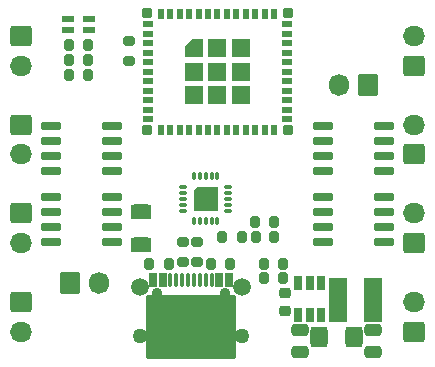
<source format=gbr>
%TF.GenerationSoftware,KiCad,Pcbnew,(6.0.5-0)*%
%TF.CreationDate,2022-08-15T15:57:22+01:00*%
%TF.ProjectId,Relay8,52656c61-7938-42e6-9b69-6361645f7063,1*%
%TF.SameCoordinates,Original*%
%TF.FileFunction,Soldermask,Top*%
%TF.FilePolarity,Negative*%
%FSLAX46Y46*%
G04 Gerber Fmt 4.6, Leading zero omitted, Abs format (unit mm)*
G04 Created by KiCad (PCBNEW (6.0.5-0)) date 2022-08-15 15:57:22*
%MOMM*%
%LPD*%
G01*
G04 APERTURE LIST*
G04 Aperture macros list*
%AMRoundRect*
0 Rectangle with rounded corners*
0 $1 Rounding radius*
0 $2 $3 $4 $5 $6 $7 $8 $9 X,Y pos of 4 corners*
0 Add a 4 corners polygon primitive as box body*
4,1,4,$2,$3,$4,$5,$6,$7,$8,$9,$2,$3,0*
0 Add four circle primitives for the rounded corners*
1,1,$1+$1,$2,$3*
1,1,$1+$1,$4,$5*
1,1,$1+$1,$6,$7*
1,1,$1+$1,$8,$9*
0 Add four rect primitives between the rounded corners*
20,1,$1+$1,$2,$3,$4,$5,0*
20,1,$1+$1,$4,$5,$6,$7,0*
20,1,$1+$1,$6,$7,$8,$9,0*
20,1,$1+$1,$8,$9,$2,$3,0*%
%AMFreePoly0*
4,1,14,0.732071,0.732071,0.735000,0.725000,0.735000,-0.725000,0.732071,-0.732071,0.725000,-0.735000,-0.725000,-0.735000,-0.732071,-0.732071,-0.735000,-0.725000,-0.735000,0.130500,-0.732071,0.137571,-0.137571,0.732071,-0.130500,0.735000,0.725000,0.735000,0.732071,0.732071,0.732071,0.732071,$1*%
%AMFreePoly1*
4,1,14,1.007071,1.007071,1.010000,1.000000,1.010000,-1.000000,1.007071,-1.007071,1.000000,-1.010000,-1.000000,-1.010000,-1.007071,-1.007071,-1.010000,-1.000000,-1.010000,0.750000,-1.007071,0.757071,-0.757071,1.007071,-0.750000,1.010000,1.000000,1.010000,1.007071,1.007071,1.007071,1.007071,$1*%
G04 Aperture macros list end*
%ADD10RoundRect,0.260000X-0.675000X0.600000X-0.675000X-0.600000X0.675000X-0.600000X0.675000X0.600000X0*%
%ADD11O,1.870000X1.720000*%
%ADD12RoundRect,0.010000X-0.400000X-0.200000X0.400000X-0.200000X0.400000X0.200000X-0.400000X0.200000X0*%
%ADD13RoundRect,0.010000X-0.200000X-0.400000X0.200000X-0.400000X0.200000X0.400000X-0.200000X0.400000X0*%
%ADD14RoundRect,0.010000X-0.725000X-0.725000X0.725000X-0.725000X0.725000X0.725000X-0.725000X0.725000X0*%
%ADD15FreePoly0,0.000000*%
%ADD16RoundRect,0.010000X-0.350000X-0.350000X0.350000X-0.350000X0.350000X0.350000X-0.350000X0.350000X0*%
%ADD17RoundRect,0.072500X-0.287500X-0.062500X0.287500X-0.062500X0.287500X0.062500X-0.287500X0.062500X0*%
%ADD18RoundRect,0.072500X-0.062500X-0.287500X0.062500X-0.287500X0.062500X0.287500X-0.062500X0.287500X0*%
%ADD19FreePoly1,0.000000*%
%ADD20RoundRect,0.210000X-0.200000X-0.275000X0.200000X-0.275000X0.200000X0.275000X-0.200000X0.275000X0*%
%ADD21RoundRect,0.210000X0.200000X0.275000X-0.200000X0.275000X-0.200000X-0.275000X0.200000X-0.275000X0*%
%ADD22RoundRect,0.160000X-0.725000X-0.150000X0.725000X-0.150000X0.725000X0.150000X-0.725000X0.150000X0*%
%ADD23RoundRect,0.010000X-0.300000X-0.570000X0.300000X-0.570000X0.300000X0.570000X-0.300000X0.570000X0*%
%ADD24RoundRect,0.085000X-0.075000X-0.495000X0.075000X-0.495000X0.075000X0.495000X-0.075000X0.495000X0*%
%ADD25C,0.870000*%
%ADD26RoundRect,0.010000X-3.750000X-2.625000X3.750000X-2.625000X3.750000X2.625000X-3.750000X2.625000X0*%
%ADD27C,1.520000*%
%ADD28C,1.270000*%
%ADD29RoundRect,0.160000X0.725000X0.150000X-0.725000X0.150000X-0.725000X-0.150000X0.725000X-0.150000X0*%
%ADD30RoundRect,0.260000X0.675000X-0.600000X0.675000X0.600000X-0.675000X0.600000X-0.675000X-0.600000X0*%
%ADD31RoundRect,0.260000X0.625000X-0.375000X0.625000X0.375000X-0.625000X0.375000X-0.625000X-0.375000X0*%
%ADD32RoundRect,0.235000X0.250000X-0.225000X0.250000X0.225000X-0.250000X0.225000X-0.250000X-0.225000X0*%
%ADD33RoundRect,0.010000X0.300000X-0.550000X0.300000X0.550000X-0.300000X0.550000X-0.300000X-0.550000X0*%
%ADD34RoundRect,0.010000X0.712500X-1.850000X0.712500X1.850000X-0.712500X1.850000X-0.712500X-1.850000X0*%
%ADD35RoundRect,0.259375X-0.463125X-0.625625X0.463125X-0.625625X0.463125X0.625625X-0.463125X0.625625X0*%
%ADD36RoundRect,0.260000X-0.475000X0.250000X-0.475000X-0.250000X0.475000X-0.250000X0.475000X0.250000X0*%
%ADD37RoundRect,0.260000X0.600000X0.675000X-0.600000X0.675000X-0.600000X-0.675000X0.600000X-0.675000X0*%
%ADD38O,1.720000X1.870000*%
%ADD39RoundRect,0.260000X-0.600000X-0.675000X0.600000X-0.675000X0.600000X0.675000X-0.600000X0.675000X0*%
%ADD40RoundRect,0.210000X0.275000X-0.200000X0.275000X0.200000X-0.275000X0.200000X-0.275000X-0.200000X0*%
%ADD41RoundRect,0.210000X-0.275000X0.200000X-0.275000X-0.200000X0.275000X-0.200000X0.275000X0.200000X0*%
%ADD42RoundRect,0.010000X-0.425000X-0.250000X0.425000X-0.250000X0.425000X0.250000X-0.425000X0.250000X0*%
G04 APERTURE END LIST*
D10*
%TO.C,J4*%
X88150000Y-40500000D03*
D11*
X88150000Y-43000000D03*
%TD*%
D12*
%TO.C,U1*%
X98850000Y-32000000D03*
X98850000Y-32800000D03*
X98850000Y-33600000D03*
X98850000Y-34400000D03*
X98850000Y-35200000D03*
X98850000Y-36000000D03*
X98850000Y-36800000D03*
X98850000Y-37600000D03*
X98850000Y-38400000D03*
X98850000Y-39200000D03*
X98850000Y-40000000D03*
D13*
X99950000Y-40900000D03*
X100750000Y-40900000D03*
X101550000Y-40900000D03*
X102350000Y-40900000D03*
X103150000Y-40900000D03*
X103950000Y-40900000D03*
X104750000Y-40900000D03*
X105550000Y-40900000D03*
X106350000Y-40900000D03*
X107150000Y-40900000D03*
X107950000Y-40900000D03*
X108750000Y-40900000D03*
X109550000Y-40900000D03*
D12*
X110650000Y-40000000D03*
X110650000Y-39200000D03*
X110650000Y-38400000D03*
X110650000Y-37600000D03*
X110650000Y-36800000D03*
X110650000Y-36000000D03*
X110650000Y-35200000D03*
X110650000Y-34400000D03*
X110650000Y-33600000D03*
X110650000Y-32800000D03*
X110650000Y-32000000D03*
D13*
X109550000Y-31100000D03*
X108750000Y-31100000D03*
X107950000Y-31100000D03*
X107150000Y-31100000D03*
X106350000Y-31100000D03*
X105550000Y-31100000D03*
X104750000Y-31100000D03*
X103950000Y-31100000D03*
X103150000Y-31100000D03*
X102350000Y-31100000D03*
X101550000Y-31100000D03*
X100750000Y-31100000D03*
X99950000Y-31100000D03*
D14*
X104750000Y-36000000D03*
X106725000Y-34025000D03*
X102775000Y-36000000D03*
X102775000Y-37975000D03*
X104750000Y-37975000D03*
X106725000Y-36000000D03*
D15*
X102775000Y-34025000D03*
D14*
X106725000Y-37975000D03*
X104750000Y-34025000D03*
D16*
X110700000Y-31050000D03*
X110700000Y-40950000D03*
X98800000Y-40950000D03*
X98800000Y-31050000D03*
%TD*%
D17*
%TO.C,U2*%
X101850000Y-45750000D03*
X101850000Y-46250000D03*
X101850000Y-46750000D03*
X101850000Y-47250000D03*
X101850000Y-47750000D03*
D18*
X102750000Y-48650000D03*
X103250000Y-48650000D03*
X103750000Y-48650000D03*
X104250000Y-48650000D03*
X104750000Y-48650000D03*
D17*
X105650000Y-47750000D03*
X105650000Y-47250000D03*
X105650000Y-46750000D03*
X105650000Y-46250000D03*
X105650000Y-45750000D03*
D18*
X104750000Y-44850000D03*
X104250000Y-44850000D03*
X103750000Y-44850000D03*
X103250000Y-44850000D03*
X102750000Y-44850000D03*
D19*
X103750000Y-46750000D03*
%TD*%
D20*
%TO.C,C1*%
X107975000Y-50000000D03*
X109525000Y-50000000D03*
%TD*%
D21*
%TO.C,R5*%
X105825000Y-52250000D03*
X104175000Y-52250000D03*
%TD*%
D22*
%TO.C,U6*%
X113675000Y-40595000D03*
X113675000Y-41865000D03*
X113675000Y-43135000D03*
X113675000Y-44405000D03*
X118825000Y-44405000D03*
X118825000Y-43135000D03*
X118825000Y-41865000D03*
X118825000Y-40595000D03*
%TD*%
D20*
%TO.C,R12*%
X108675000Y-53500000D03*
X110325000Y-53500000D03*
%TD*%
D23*
%TO.C,J1*%
X99300000Y-53640000D03*
X100100000Y-53640000D03*
D24*
X101250000Y-53640000D03*
X102250000Y-53640000D03*
X102750000Y-53640000D03*
X103750000Y-53640000D03*
D23*
X105700000Y-53640000D03*
X104900000Y-53640000D03*
D24*
X104250000Y-53640000D03*
X103250000Y-53640000D03*
X101750000Y-53640000D03*
X100750000Y-53640000D03*
D25*
X105390000Y-54710000D03*
D26*
X102500000Y-57625000D03*
D27*
X106820000Y-54220000D03*
D25*
X99610000Y-54710000D03*
D28*
X98180000Y-58390000D03*
D27*
X98180000Y-54220000D03*
D28*
X106820000Y-58390000D03*
%TD*%
D10*
%TO.C,J3*%
X88150000Y-33000000D03*
D11*
X88150000Y-35500000D03*
%TD*%
D20*
%TO.C,R11*%
X108675000Y-52250000D03*
X110325000Y-52250000D03*
%TD*%
%TO.C,R2*%
X105175000Y-50000000D03*
X106825000Y-50000000D03*
%TD*%
D29*
%TO.C,U5*%
X95825000Y-50405000D03*
X95825000Y-49135000D03*
X95825000Y-47865000D03*
X95825000Y-46595000D03*
X90675000Y-46595000D03*
X90675000Y-47865000D03*
X90675000Y-49135000D03*
X90675000Y-50405000D03*
%TD*%
D30*
%TO.C,J10*%
X121350000Y-35500000D03*
D11*
X121350000Y-33000000D03*
%TD*%
D31*
%TO.C,D2*%
X98250000Y-50650000D03*
X98250000Y-47850000D03*
%TD*%
D32*
%TO.C,U7*%
X110450000Y-54725000D03*
D33*
X113500000Y-53900000D03*
D34*
X114950000Y-55300000D03*
D32*
X110450000Y-56275000D03*
D35*
X113347500Y-58420000D03*
D33*
X113500000Y-56600000D03*
X111600000Y-56600000D03*
D36*
X111700000Y-57850000D03*
D33*
X112550000Y-56600000D03*
X112550000Y-53900000D03*
D36*
X111700000Y-59750000D03*
X117950000Y-59750000D03*
D35*
X116312500Y-58420000D03*
D34*
X117950000Y-55300000D03*
D36*
X117950000Y-57850000D03*
D33*
X111600000Y-53900000D03*
%TD*%
D20*
%TO.C,R3*%
X107925000Y-48750000D03*
X109575000Y-48750000D03*
%TD*%
D37*
%TO.C,J11*%
X117500000Y-37150000D03*
D38*
X115000000Y-37150000D03*
%TD*%
D39*
%TO.C,J2*%
X92250000Y-53850000D03*
D38*
X94750000Y-53850000D03*
%TD*%
D20*
%TO.C,R9*%
X92175000Y-35000000D03*
X93825000Y-35000000D03*
%TD*%
D10*
%TO.C,J6*%
X88150000Y-55500000D03*
D11*
X88150000Y-58000000D03*
%TD*%
D30*
%TO.C,J7*%
X121350000Y-58000000D03*
D11*
X121350000Y-55500000D03*
%TD*%
D22*
%TO.C,U4*%
X113675000Y-46595000D03*
X113675000Y-47865000D03*
X113675000Y-49135000D03*
X113675000Y-50405000D03*
X118825000Y-50405000D03*
X118825000Y-49135000D03*
X118825000Y-47865000D03*
X118825000Y-46595000D03*
%TD*%
D30*
%TO.C,J9*%
X121350000Y-43000000D03*
D11*
X121350000Y-40500000D03*
%TD*%
D30*
%TO.C,J8*%
X121350000Y-50500000D03*
D11*
X121350000Y-48000000D03*
%TD*%
D20*
%TO.C,R8*%
X92175000Y-33750000D03*
X93825000Y-33750000D03*
%TD*%
D40*
%TO.C,R6*%
X101800000Y-52075000D03*
X101800000Y-50425000D03*
%TD*%
%TO.C,R1*%
X97250000Y-35075000D03*
X97250000Y-33425000D03*
%TD*%
D41*
%TO.C,R7*%
X103000000Y-50425000D03*
X103000000Y-52075000D03*
%TD*%
D42*
%TO.C,D1*%
X93875000Y-32500000D03*
X92125000Y-32500000D03*
X92125000Y-31500000D03*
X93875000Y-31500000D03*
%TD*%
D10*
%TO.C,J5*%
X88150000Y-48000000D03*
D11*
X88150000Y-50500000D03*
%TD*%
D21*
%TO.C,R4*%
X100625000Y-52250000D03*
X98975000Y-52250000D03*
%TD*%
D20*
%TO.C,R10*%
X92175000Y-36250000D03*
X93825000Y-36250000D03*
%TD*%
D29*
%TO.C,U3*%
X95825000Y-44405000D03*
X95825000Y-43135000D03*
X95825000Y-41865000D03*
X95825000Y-40595000D03*
X90675000Y-40595000D03*
X90675000Y-41865000D03*
X90675000Y-43135000D03*
X90675000Y-44405000D03*
%TD*%
M02*

</source>
